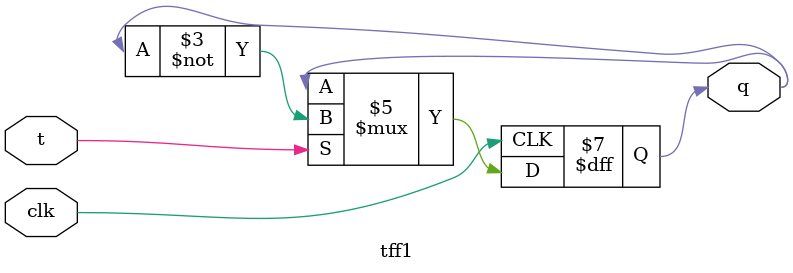
<source format=v>
module q3_3(clk, q, up, down);
input up, down,clk;
output [3:0]q;

and(p1, ~up, down);
or(p2, up, p1);
tff1 s0(p2, clk, q[0]);

and(p3, ~q[0], p1);
and(p4, q[0], up);
or(p5, p3, p4);
tff1 s1(p5, clk, q[1]);

and(p6, p3, q[1]);
and(p7, p4, ~q[1]);
or(p8, p6, p7);
tff1 s2(p8, clk, q[2]);

and(p9, p6, ~q[2]);
and(p10, p7, q[2]);
or(p11, p10, p9);
tff1 s3(p11, clk, q[3]);

endmodule

module tff1(t,clk,q);
input t, clk;
output q;
reg q;
always @ (negedge clk)
	if( !t )
		q <= q;
	else
	q<=~q;
endmodule

</source>
